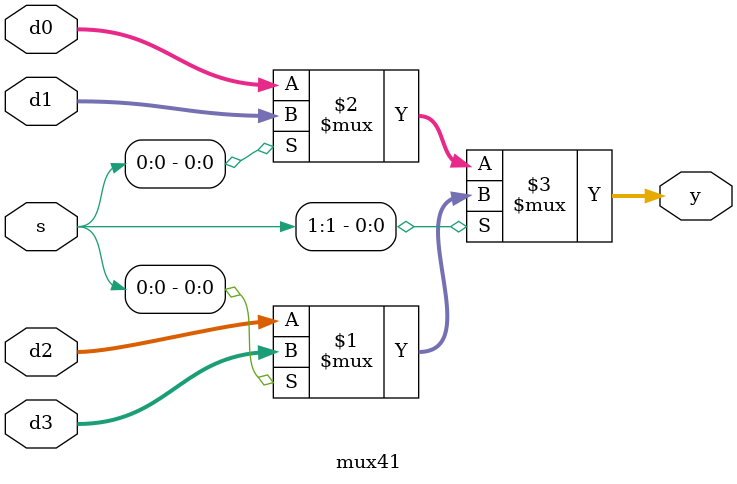
<source format=sv>
/*
 * Project name   :
 * File name      : 4_6Example_mux41.sv
 * Created date   : Th06 21 2019
 * Author         : Van-Nam DINH 
 * Last modified  : Th06 21 2019 16:58
 * Desc           :
 */

module mux41(   input logic [3:0] d3,d2,d1,d0,
                input logic[1:0]    s,
                output logic[3:0]   y);
            assign y=s[1]?(s[0]?d3:d2)
                         : (s[0]?d1:d0);
            endmodule

</source>
